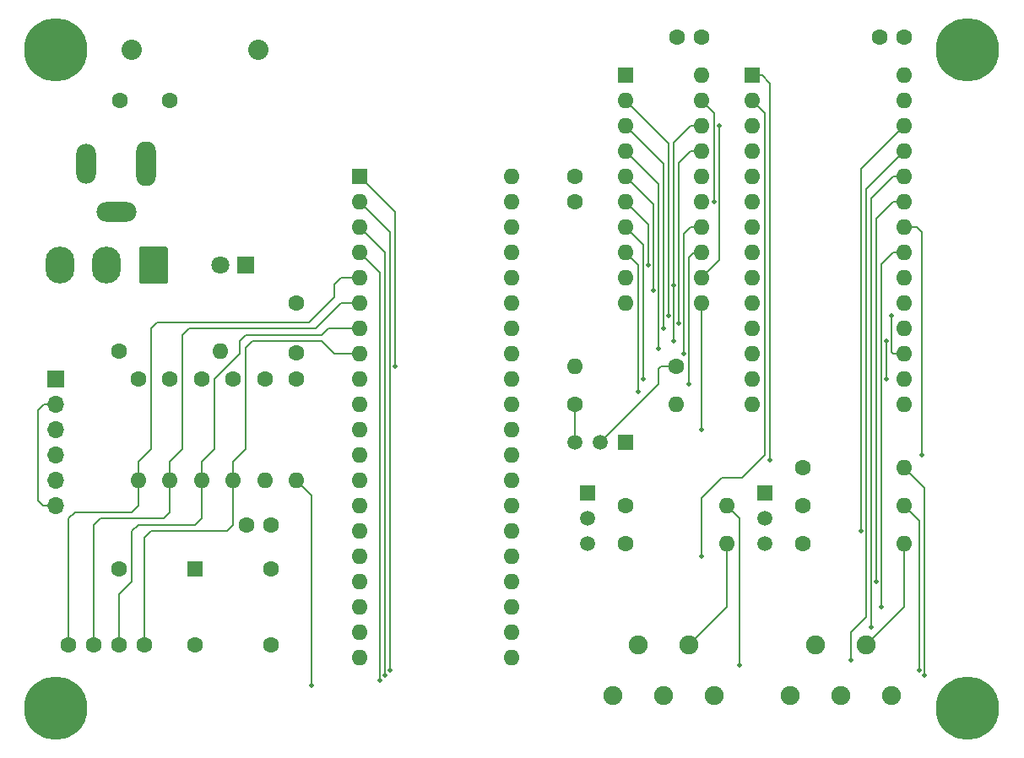
<source format=gbr>
%TF.GenerationSoftware,KiCad,Pcbnew,(5.1.4-0-10_14)*%
%TF.CreationDate,2020-04-13T14:17:21-07:00*%
%TF.ProjectId,8051dumper,38303531-6475-46d7-9065-722e6b696361,1*%
%TF.SameCoordinates,PX60e4b00PYc1c9600*%
%TF.FileFunction,Copper,L4,Bot*%
%TF.FilePolarity,Positive*%
%FSLAX46Y46*%
G04 Gerber Fmt 4.6, Leading zero omitted, Abs format (unit mm)*
G04 Created by KiCad (PCBNEW (5.1.4-0-10_14)) date 2020-04-13 14:17:21*
%MOMM*%
%LPD*%
G04 APERTURE LIST*
%TA.AperFunction,ComponentPad*%
%ADD10O,1.600000X1.600000*%
%TD*%
%TA.AperFunction,ComponentPad*%
%ADD11C,1.600000*%
%TD*%
%TA.AperFunction,ComponentPad*%
%ADD12C,1.800000*%
%TD*%
%TA.AperFunction,ComponentPad*%
%ADD13R,1.800000X1.800000*%
%TD*%
%TA.AperFunction,ComponentPad*%
%ADD14R,1.600000X1.600000*%
%TD*%
%TA.AperFunction,ComponentPad*%
%ADD15O,2.921000X3.708400*%
%TD*%
%TA.AperFunction,Conductor*%
%ADD16C,0.152400*%
%TD*%
%TA.AperFunction,ComponentPad*%
%ADD17C,2.921000*%
%TD*%
%TA.AperFunction,ComponentPad*%
%ADD18R,1.700000X1.700000*%
%TD*%
%TA.AperFunction,ComponentPad*%
%ADD19O,1.700000X1.700000*%
%TD*%
%TA.AperFunction,ComponentPad*%
%ADD20O,4.000000X2.000000*%
%TD*%
%TA.AperFunction,ComponentPad*%
%ADD21O,2.000000X4.000000*%
%TD*%
%TA.AperFunction,ComponentPad*%
%ADD22O,2.000000X4.500000*%
%TD*%
%TA.AperFunction,ComponentPad*%
%ADD23C,6.350000*%
%TD*%
%TA.AperFunction,ComponentPad*%
%ADD24O,1.600200X1.600200*%
%TD*%
%TA.AperFunction,ComponentPad*%
%ADD25R,1.600200X1.600200*%
%TD*%
%TA.AperFunction,ComponentPad*%
%ADD26C,2.032000*%
%TD*%
%TA.AperFunction,ComponentPad*%
%ADD27C,1.905000*%
%TD*%
%TA.AperFunction,ComponentPad*%
%ADD28R,1.500000X1.500000*%
%TD*%
%TA.AperFunction,ComponentPad*%
%ADD29C,1.500000*%
%TD*%
%TA.AperFunction,ViaPad*%
%ADD30C,0.508000*%
%TD*%
G04 APERTURE END LIST*
D10*
%TO.P,R14,2*%
%TO.N,Net-(D1-Pad2)*%
X21590000Y40894000D03*
D11*
%TO.P,R14,1*%
%TO.N,+5V*%
X11430000Y40894000D03*
%TD*%
D12*
%TO.P,D1,2*%
%TO.N,Net-(D1-Pad2)*%
X21590000Y49530000D03*
D13*
%TO.P,D1,1*%
%TO.N,GND*%
X24130000Y49530000D03*
%TD*%
D10*
%TO.P,R13,2*%
%TO.N,~S4*%
X13335000Y27940000D03*
D11*
%TO.P,R13,1*%
%TO.N,+5V*%
X13335000Y38100000D03*
%TD*%
D10*
%TO.P,R12,2*%
%TO.N,~S3*%
X16510000Y27940000D03*
D11*
%TO.P,R12,1*%
%TO.N,+5V*%
X16510000Y38100000D03*
%TD*%
D10*
%TO.P,R11,2*%
%TO.N,~S2*%
X19685000Y27940000D03*
D11*
%TO.P,R11,1*%
%TO.N,+5V*%
X19685000Y38100000D03*
%TD*%
D10*
%TO.P,R10,2*%
%TO.N,~S1*%
X22860000Y27940000D03*
D11*
%TO.P,R10,1*%
%TO.N,+5V*%
X22860000Y38100000D03*
%TD*%
%TO.P,S4,C*%
%TO.N,GND*%
X11430000Y19050000D03*
%TO.P,S4,4*%
%TO.N,~S4*%
X6350000Y11430000D03*
%TO.P,S4,3*%
%TO.N,~S3*%
X8890000Y11430000D03*
%TO.P,S4,2*%
%TO.N,~S2*%
X11430000Y11430000D03*
%TO.P,S4,1*%
%TO.N,~S1*%
X13970000Y11430000D03*
%TD*%
D10*
%TO.P,U2,20*%
%TO.N,+5V*%
X69850000Y68580000D03*
%TO.P,U2,10*%
%TO.N,GND*%
X62230000Y45720000D03*
%TO.P,U2,19*%
%TO.N,/A4*%
X69850000Y66040000D03*
%TO.P,U2,9*%
%TO.N,/A3*%
X62230000Y48260000D03*
%TO.P,U2,18*%
%TO.N,/AD4*%
X69850000Y63500000D03*
%TO.P,U2,8*%
%TO.N,/AD3*%
X62230000Y50800000D03*
%TO.P,U2,17*%
%TO.N,/AD5*%
X69850000Y60960000D03*
%TO.P,U2,7*%
%TO.N,/AD2*%
X62230000Y53340000D03*
%TO.P,U2,16*%
%TO.N,/A5*%
X69850000Y58420000D03*
%TO.P,U2,6*%
%TO.N,/A2*%
X62230000Y55880000D03*
%TO.P,U2,15*%
%TO.N,/A6*%
X69850000Y55880000D03*
%TO.P,U2,5*%
%TO.N,/A1*%
X62230000Y58420000D03*
%TO.P,U2,14*%
%TO.N,/AD6*%
X69850000Y53340000D03*
%TO.P,U2,4*%
%TO.N,/AD1*%
X62230000Y60960000D03*
%TO.P,U2,13*%
%TO.N,/AD7*%
X69850000Y50800000D03*
%TO.P,U2,3*%
%TO.N,/AD0*%
X62230000Y63500000D03*
%TO.P,U2,12*%
%TO.N,/A7*%
X69850000Y48260000D03*
%TO.P,U2,2*%
%TO.N,/A0*%
X62230000Y66040000D03*
%TO.P,U2,11*%
%TO.N,ALE*%
X69850000Y45720000D03*
D14*
%TO.P,U2,1*%
%TO.N,GND*%
X62230000Y68580000D03*
%TD*%
D15*
%TO.P,S1,3*%
%TO.N,GND*%
X5461000Y49530000D03*
%TO.P,S1,2*%
%TO.N,+5V*%
X10160000Y49530000D03*
D16*
%TD*%
%TO.N,Net-(C6-Pad1)*%
%TO.C,S1*%
G36*
X16090283Y51382976D02*
G01*
X16114952Y51379317D01*
X16139143Y51373257D01*
X16162624Y51364856D01*
X16185168Y51354193D01*
X16206559Y51341372D01*
X16226590Y51326516D01*
X16245068Y51309768D01*
X16261816Y51291290D01*
X16276672Y51271259D01*
X16289493Y51249868D01*
X16300156Y51227324D01*
X16308557Y51203843D01*
X16314617Y51179652D01*
X16318276Y51154983D01*
X16319500Y51130074D01*
X16319500Y47929926D01*
X16318276Y47905017D01*
X16314617Y47880348D01*
X16308557Y47856157D01*
X16300156Y47832676D01*
X16289493Y47810132D01*
X16276672Y47788741D01*
X16261816Y47768710D01*
X16245068Y47750232D01*
X16226590Y47733484D01*
X16206559Y47718628D01*
X16185168Y47705807D01*
X16162624Y47695144D01*
X16139143Y47686743D01*
X16114952Y47680683D01*
X16090283Y47677024D01*
X16065374Y47675800D01*
X13652626Y47675800D01*
X13627717Y47677024D01*
X13603048Y47680683D01*
X13578857Y47686743D01*
X13555376Y47695144D01*
X13532832Y47705807D01*
X13511441Y47718628D01*
X13491410Y47733484D01*
X13472932Y47750232D01*
X13456184Y47768710D01*
X13441328Y47788741D01*
X13428507Y47810132D01*
X13417844Y47832676D01*
X13409443Y47856157D01*
X13403383Y47880348D01*
X13399724Y47905017D01*
X13398500Y47929926D01*
X13398500Y51130074D01*
X13399724Y51154983D01*
X13403383Y51179652D01*
X13409443Y51203843D01*
X13417844Y51227324D01*
X13428507Y51249868D01*
X13441328Y51271259D01*
X13456184Y51291290D01*
X13472932Y51309768D01*
X13491410Y51326516D01*
X13511441Y51341372D01*
X13532832Y51354193D01*
X13555376Y51364856D01*
X13578857Y51373257D01*
X13603048Y51379317D01*
X13627717Y51382976D01*
X13652626Y51384200D01*
X16065374Y51384200D01*
X16090283Y51382976D01*
X16090283Y51382976D01*
G37*
D17*
%TO.P,S1,1*%
%TO.N,Net-(C6-Pad1)*%
X14859000Y49530000D03*
%TD*%
D11*
%TO.P,C1,2*%
%TO.N,GND*%
X57150000Y55920000D03*
%TO.P,C1,1*%
%TO.N,+5V*%
X57150000Y58420000D03*
%TD*%
%TO.P,C4,2*%
%TO.N,GND*%
X24170000Y23495000D03*
%TO.P,C4,1*%
%TO.N,+5V*%
X26670000Y23495000D03*
%TD*%
%TO.P,C3,2*%
%TO.N,GND*%
X87670000Y72390000D03*
%TO.P,C3,1*%
%TO.N,+5V*%
X90170000Y72390000D03*
%TD*%
%TO.P,C2,2*%
%TO.N,GND*%
X67350000Y72390000D03*
%TO.P,C2,1*%
%TO.N,+5V*%
X69850000Y72390000D03*
%TD*%
%TO.P,C6,2*%
%TO.N,GND*%
X11510000Y66040000D03*
%TO.P,C6,1*%
%TO.N,Net-(C6-Pad1)*%
X16510000Y66040000D03*
%TD*%
%TO.P,C5,2*%
%TO.N,RST*%
X29210000Y40720000D03*
%TO.P,C5,1*%
%TO.N,+5V*%
X29210000Y45720000D03*
%TD*%
D10*
%TO.P,R9,2*%
%TO.N,Net-(R9-Pad2)*%
X29210000Y27940000D03*
D11*
%TO.P,R9,1*%
%TO.N,RST*%
X29210000Y38100000D03*
%TD*%
D10*
%TO.P,R8,2*%
%TO.N,GND*%
X26035000Y27940000D03*
D11*
%TO.P,R8,1*%
%TO.N,RST*%
X26035000Y38100000D03*
%TD*%
D10*
%TO.P,R7,2*%
%TO.N,Net-(R7-Pad2)*%
X90170000Y21590000D03*
D11*
%TO.P,R7,1*%
%TO.N,Net-(Q3-Pad3)*%
X80010000Y21590000D03*
%TD*%
D10*
%TO.P,R6,2*%
%TO.N,Net-(R6-Pad2)*%
X72390000Y21590000D03*
D11*
%TO.P,R6,1*%
%TO.N,Net-(Q2-Pad3)*%
X62230000Y21590000D03*
%TD*%
D10*
%TO.P,R5,2*%
%TO.N,~GRNBTN*%
X90170000Y29210000D03*
D11*
%TO.P,R5,1*%
%TO.N,+5V*%
X80010000Y29210000D03*
%TD*%
D10*
%TO.P,R4,2*%
%TO.N,~GRNLED*%
X90170000Y25400000D03*
D11*
%TO.P,R4,1*%
%TO.N,Net-(Q3-Pad2)*%
X80010000Y25400000D03*
%TD*%
D10*
%TO.P,R3,2*%
%TO.N,~REDLED*%
X72390000Y25400000D03*
D11*
%TO.P,R3,1*%
%TO.N,Net-(Q2-Pad2)*%
X62230000Y25400000D03*
%TD*%
D10*
%TO.P,R2,2*%
%TO.N,GND*%
X67310000Y35560000D03*
D11*
%TO.P,R2,1*%
%TO.N,/~EA*%
X57150000Y35560000D03*
%TD*%
D10*
%TO.P,R1,2*%
%TO.N,EA*%
X57150000Y39370000D03*
D11*
%TO.P,R1,1*%
%TO.N,Net-(Q1-Pad2)*%
X67310000Y39370000D03*
%TD*%
D18*
%TO.P,J1,1*%
%TO.N,GND*%
X5080000Y38100000D03*
D19*
%TO.P,J1,2*%
%TO.N,Net-(J1-Pad2)*%
X5080000Y35560000D03*
%TO.P,J1,3*%
%TO.N,N/C*%
X5080000Y33020000D03*
%TO.P,J1,4*%
%TO.N,/RXD*%
X5080000Y30480000D03*
%TO.P,J1,5*%
%TO.N,/TXD*%
X5080000Y27940000D03*
%TO.P,J1,6*%
%TO.N,Net-(J1-Pad2)*%
X5080000Y25400000D03*
%TD*%
D10*
%TO.P,U3,28*%
%TO.N,+5V*%
X90170000Y68580000D03*
%TO.P,U3,14*%
%TO.N,GND*%
X74930000Y35560000D03*
%TO.P,U3,27*%
%TO.N,+5V*%
X90170000Y66040000D03*
%TO.P,U3,13*%
%TO.N,/AD2*%
X74930000Y38100000D03*
%TO.P,U3,26*%
%TO.N,/A13*%
X90170000Y63500000D03*
%TO.P,U3,12*%
%TO.N,/AD1*%
X74930000Y40640000D03*
%TO.P,U3,25*%
%TO.N,/A8*%
X90170000Y60960000D03*
%TO.P,U3,11*%
%TO.N,/AD0*%
X74930000Y43180000D03*
%TO.P,U3,24*%
%TO.N,/A9*%
X90170000Y58420000D03*
%TO.P,U3,10*%
%TO.N,/A0*%
X74930000Y45720000D03*
%TO.P,U3,23*%
%TO.N,/A11*%
X90170000Y55880000D03*
%TO.P,U3,9*%
%TO.N,/A1*%
X74930000Y48260000D03*
%TO.P,U3,22*%
%TO.N,~PSEN*%
X90170000Y53340000D03*
%TO.P,U3,8*%
%TO.N,/A2*%
X74930000Y50800000D03*
%TO.P,U3,21*%
%TO.N,/A10*%
X90170000Y50800000D03*
%TO.P,U3,7*%
%TO.N,/A3*%
X74930000Y53340000D03*
%TO.P,U3,20*%
%TO.N,GND*%
X90170000Y48260000D03*
%TO.P,U3,6*%
%TO.N,/A4*%
X74930000Y55880000D03*
%TO.P,U3,19*%
%TO.N,/AD7*%
X90170000Y45720000D03*
%TO.P,U3,5*%
%TO.N,/A5*%
X74930000Y58420000D03*
%TO.P,U3,18*%
%TO.N,/AD6*%
X90170000Y43180000D03*
%TO.P,U3,4*%
%TO.N,/A6*%
X74930000Y60960000D03*
%TO.P,U3,17*%
%TO.N,/AD5*%
X90170000Y40640000D03*
%TO.P,U3,3*%
%TO.N,/A7*%
X74930000Y63500000D03*
%TO.P,U3,16*%
%TO.N,/AD4*%
X90170000Y38100000D03*
%TO.P,U3,2*%
%TO.N,/A12*%
X74930000Y66040000D03*
%TO.P,U3,15*%
%TO.N,/AD3*%
X90170000Y35560000D03*
D14*
%TO.P,U3,1*%
%TO.N,/A14*%
X74930000Y68580000D03*
%TD*%
D20*
%TO.P,J2,3*%
%TO.N,N/C*%
X11120000Y54890000D03*
D21*
%TO.P,J2,2*%
%TO.N,GND*%
X8120000Y59690000D03*
D22*
%TO.P,J2,1*%
%TO.N,Net-(C6-Pad1)*%
X14120000Y59690000D03*
%TD*%
D23*
%TO.P,REF\002A\002A,1*%
%TO.N,GND*%
X96520000Y71120000D03*
%TD*%
%TO.P,REF\002A\002A,1*%
%TO.N,GND*%
X96520000Y5080000D03*
%TD*%
%TO.P,REF\002A\002A,1*%
%TO.N,GND*%
X5080000Y71120000D03*
%TD*%
%TO.P,REF\002A\002A,1*%
%TO.N,GND*%
X5080000Y5080000D03*
%TD*%
D24*
%TO.P,U1,40*%
%TO.N,+5V*%
X50800000Y58420000D03*
%TO.P,U1,20*%
%TO.N,GND*%
X35560000Y10160000D03*
%TO.P,U1,39*%
%TO.N,/AD0*%
X50800000Y55880000D03*
%TO.P,U1,19*%
%TO.N,GND*%
X35560000Y12700000D03*
%TO.P,U1,38*%
%TO.N,/AD1*%
X50800000Y53340000D03*
%TO.P,U1,18*%
%TO.N,/CLK*%
X35560000Y15240000D03*
%TO.P,U1,37*%
%TO.N,/AD2*%
X50800000Y50800000D03*
%TO.P,U1,17*%
%TO.N,N/C*%
X35560000Y17780000D03*
%TO.P,U1,36*%
%TO.N,/AD3*%
X50800000Y48260000D03*
%TO.P,U1,16*%
%TO.N,N/C*%
X35560000Y20320000D03*
%TO.P,U1,35*%
%TO.N,/AD4*%
X50800000Y45720000D03*
%TO.P,U1,15*%
%TO.N,N/C*%
X35560000Y22860000D03*
%TO.P,U1,34*%
%TO.N,/AD5*%
X50800000Y43180000D03*
%TO.P,U1,14*%
%TO.N,N/C*%
X35560000Y25400000D03*
%TO.P,U1,33*%
%TO.N,/AD6*%
X50800000Y40640000D03*
%TO.P,U1,13*%
%TO.N,N/C*%
X35560000Y27940000D03*
%TO.P,U1,32*%
%TO.N,/AD7*%
X50800000Y38100000D03*
%TO.P,U1,12*%
%TO.N,N/C*%
X35560000Y30480000D03*
%TO.P,U1,31*%
%TO.N,/~EA*%
X50800000Y35560000D03*
%TO.P,U1,11*%
%TO.N,/TXD*%
X35560000Y33020000D03*
%TO.P,U1,30*%
%TO.N,ALE*%
X50800000Y33020000D03*
%TO.P,U1,10*%
%TO.N,/RXD*%
X35560000Y35560000D03*
%TO.P,U1,29*%
%TO.N,~PSEN*%
X50800000Y30480000D03*
%TO.P,U1,9*%
%TO.N,RST*%
X35560000Y38100000D03*
%TO.P,U1,28*%
%TO.N,N/C*%
X50800000Y27940000D03*
%TO.P,U1,8*%
%TO.N,~S1*%
X35560000Y40640000D03*
%TO.P,U1,27*%
%TO.N,/A14*%
X50800000Y25400000D03*
%TO.P,U1,7*%
%TO.N,~S2*%
X35560000Y43180000D03*
%TO.P,U1,26*%
%TO.N,/A13*%
X50800000Y22860000D03*
%TO.P,U1,6*%
%TO.N,~S3*%
X35560000Y45720000D03*
%TO.P,U1,25*%
%TO.N,/A12*%
X50800000Y20320000D03*
%TO.P,U1,5*%
%TO.N,~S4*%
X35560000Y48260000D03*
%TO.P,U1,24*%
%TO.N,/A11*%
X50800000Y17780000D03*
%TO.P,U1,4*%
%TO.N,~GRNBTN*%
X35560000Y50800000D03*
%TO.P,U1,23*%
%TO.N,/A10*%
X50800000Y15240000D03*
%TO.P,U1,3*%
%TO.N,~GRNLED*%
X35560000Y53340000D03*
%TO.P,U1,22*%
%TO.N,/A9*%
X50800000Y12700000D03*
%TO.P,U1,2*%
%TO.N,~REDLED*%
X35560000Y55880000D03*
%TO.P,U1,21*%
%TO.N,/A8*%
X50800000Y10160000D03*
D25*
%TO.P,U1,1*%
%TO.N,EA*%
X35560000Y58420000D03*
%TD*%
D11*
%TO.P,X1,4*%
%TO.N,GND*%
X19050000Y11430000D03*
%TO.P,X1,5*%
%TO.N,/CLK*%
X26670000Y11430000D03*
%TO.P,X1,8*%
%TO.N,+5V*%
X26670000Y19050000D03*
D14*
%TO.P,X1,1*%
X19050000Y19050000D03*
%TD*%
D26*
%TO.P,TP2,1*%
%TO.N,GND*%
X12700000Y71120000D03*
%TD*%
%TO.P,TP1,1*%
%TO.N,Net-(C6-Pad1)*%
X25400000Y71120000D03*
%TD*%
D27*
%TO.P,S3,L-*%
%TO.N,GND*%
X81280000Y11430000D03*
%TO.P,S3,L+*%
%TO.N,Net-(R7-Pad2)*%
X86360000Y11430000D03*
%TO.P,S3,3*%
%TO.N,N/C*%
X88900000Y6350000D03*
%TO.P,S3,2*%
%TO.N,~GRNBTN*%
X83820000Y6350000D03*
%TO.P,S3,1*%
%TO.N,GND*%
X78740000Y6350000D03*
%TD*%
%TO.P,S2,L-*%
%TO.N,GND*%
X63500000Y11430000D03*
%TO.P,S2,L+*%
%TO.N,Net-(R6-Pad2)*%
X68580000Y11430000D03*
%TO.P,S2,3*%
%TO.N,N/C*%
X71120000Y6350000D03*
%TO.P,S2,2*%
%TO.N,Net-(R9-Pad2)*%
X66040000Y6350000D03*
%TO.P,S2,1*%
%TO.N,+5V*%
X60960000Y6350000D03*
%TD*%
D28*
%TO.P,Q3,1*%
%TO.N,+5V*%
X76200000Y26670000D03*
D29*
%TO.P,Q3,3*%
%TO.N,Net-(Q3-Pad3)*%
X76200000Y21590000D03*
%TO.P,Q3,2*%
%TO.N,Net-(Q3-Pad2)*%
X76200000Y24130000D03*
%TD*%
D28*
%TO.P,Q2,1*%
%TO.N,+5V*%
X58420000Y26670000D03*
D29*
%TO.P,Q2,3*%
%TO.N,Net-(Q2-Pad3)*%
X58420000Y21590000D03*
%TO.P,Q2,2*%
%TO.N,Net-(Q2-Pad2)*%
X58420000Y24130000D03*
%TD*%
D28*
%TO.P,Q1,1*%
%TO.N,+5V*%
X62230000Y31750000D03*
D29*
%TO.P,Q1,3*%
%TO.N,/~EA*%
X57150000Y31750000D03*
%TO.P,Q1,2*%
%TO.N,Net-(Q1-Pad2)*%
X59690000Y31750000D03*
%TD*%
D30*
%TO.N,EA*%
X39116000Y39370000D03*
%TO.N,~REDLED*%
X38608000Y8890000D03*
X73660000Y9398000D03*
%TO.N,~GRNLED*%
X38100000Y8382000D03*
X91694000Y8890000D03*
%TO.N,~GRNBTN*%
X37592000Y7874000D03*
X92202000Y8382000D03*
%TO.N,/AD0*%
X66040000Y43180000D03*
%TO.N,/AD1*%
X65532000Y41148000D03*
%TO.N,/AD2*%
X64008000Y38100000D03*
%TO.N,/AD3*%
X63500000Y36830000D03*
%TO.N,/AD4*%
X67056000Y47498000D03*
X67056000Y41910000D03*
X88392000Y41910000D03*
X88392000Y38100000D03*
%TO.N,/AD5*%
X67564000Y43688000D03*
X88900000Y44450000D03*
%TO.N,/AD6*%
X68072000Y40640000D03*
%TO.N,/AD7*%
X68580000Y37592000D03*
%TO.N,ALE*%
X69850000Y33020000D03*
%TO.N,~PSEN*%
X91948000Y30480000D03*
%TO.N,/A14*%
X76708000Y29972000D03*
%TO.N,/A13*%
X85852000Y22860000D03*
%TO.N,/A12*%
X69850000Y20320000D03*
%TO.N,/A11*%
X87376000Y17780000D03*
%TO.N,/A10*%
X87884000Y15240000D03*
%TO.N,/A9*%
X86868000Y13208000D03*
%TO.N,/A8*%
X84836000Y9906000D03*
%TO.N,/A7*%
X71628000Y63500000D03*
%TO.N,/A2*%
X64516000Y49530000D03*
%TO.N,/A1*%
X65024000Y46990000D03*
%TO.N,/A4*%
X71120000Y55880000D03*
%TO.N,/A0*%
X66548000Y44450000D03*
%TO.N,Net-(R9-Pad2)*%
X30734000Y7366000D03*
%TD*%
D16*
%TO.N,Net-(J1-Pad2)*%
X3877919Y35560000D02*
X3302000Y34984081D01*
X5080000Y35560000D02*
X3877919Y35560000D01*
X3302000Y34984081D02*
X3302000Y25908000D01*
X3810000Y25400000D02*
X5080000Y25400000D01*
X3302000Y25908000D02*
X3810000Y25400000D01*
%TO.N,/~EA*%
X57150000Y35560000D02*
X57150000Y31750000D01*
%TO.N,Net-(Q1-Pad2)*%
X65786000Y39370000D02*
X67310000Y39370000D01*
X65532000Y39116000D02*
X65786000Y39370000D01*
X65532000Y37592000D02*
X65532000Y39116000D01*
X59690000Y31750000D02*
X65532000Y37592000D01*
%TO.N,EA*%
X36830000Y57150000D02*
X35560000Y58420000D01*
X39116000Y54864000D02*
X36830000Y57150000D01*
X39116000Y39370000D02*
X39116000Y54864000D01*
%TO.N,~REDLED*%
X72390000Y25400000D02*
X73660000Y24130000D01*
X73660000Y24130000D02*
X73660000Y10160000D01*
X35560000Y55880000D02*
X38608000Y52832000D01*
X38608000Y52832000D02*
X38608000Y45720000D01*
X38608000Y45720000D02*
X38608000Y8890000D01*
X73660000Y10160000D02*
X73660000Y9398000D01*
%TO.N,~GRNLED*%
X35560000Y53340000D02*
X38100000Y50800000D01*
X38100000Y50800000D02*
X38100000Y44704000D01*
X38100000Y44704000D02*
X38100000Y39370000D01*
X38100000Y39370000D02*
X38100000Y8382000D01*
X91694000Y23876000D02*
X90170000Y25400000D01*
X91694000Y8890000D02*
X91694000Y23876000D01*
%TO.N,~GRNBTN*%
X90170000Y29210000D02*
X92202000Y27178000D01*
X92202000Y27178000D02*
X92202000Y10668000D01*
X35560000Y50800000D02*
X36360099Y49999901D01*
X36360099Y49999901D02*
X37592000Y48768000D01*
X37592000Y48768000D02*
X37592000Y43942000D01*
X37592000Y43942000D02*
X37592000Y7874000D01*
X92202000Y10668000D02*
X92202000Y8382000D01*
%TO.N,Net-(R6-Pad2)*%
X72390000Y15240000D02*
X68580000Y11430000D01*
X72390000Y21590000D02*
X72390000Y15240000D01*
%TO.N,Net-(R7-Pad2)*%
X90170000Y15240000D02*
X86360000Y11430000D01*
X90170000Y21590000D02*
X90170000Y15240000D01*
%TO.N,/AD0*%
X62230000Y63500000D02*
X66040000Y59690000D01*
X66040000Y59690000D02*
X66040000Y55118000D01*
X66040000Y55118000D02*
X66040000Y43180000D01*
%TO.N,/AD1*%
X62230000Y60960000D02*
X65532000Y57658000D01*
X65532000Y57658000D02*
X65532000Y54102000D01*
X65532000Y54102000D02*
X65532000Y46228000D01*
X65532000Y46228000D02*
X65532000Y41148000D01*
%TO.N,/AD2*%
X62230000Y53340000D02*
X64008000Y51562000D01*
X64008000Y51562000D02*
X64008000Y48006000D01*
X64008000Y48006000D02*
X64008000Y46736000D01*
X64008000Y46736000D02*
X64008000Y38100000D01*
%TO.N,/AD3*%
X63500000Y49530000D02*
X62230000Y50800000D01*
X63500000Y36830000D02*
X63500000Y49530000D01*
%TO.N,/AD4*%
X68718630Y63500000D02*
X67056000Y61837370D01*
X69850000Y63500000D02*
X68718630Y63500000D01*
X67056000Y61837370D02*
X67056000Y60706000D01*
X67056000Y60706000D02*
X67056000Y59182000D01*
X67056000Y59182000D02*
X67056000Y47498000D01*
X67056000Y47498000D02*
X67056000Y42164000D01*
X67056000Y42164000D02*
X67056000Y41910000D01*
X88392000Y41910000D02*
X88392000Y38100000D01*
%TO.N,/AD5*%
X68718630Y60960000D02*
X67564000Y59805370D01*
X69850000Y60960000D02*
X68718630Y60960000D01*
X67564000Y59805370D02*
X67564000Y58166000D01*
X67564000Y58166000D02*
X67564000Y43688000D01*
X90170000Y40640000D02*
X89038630Y40640000D01*
X89038630Y40640000D02*
X88900000Y40778630D01*
X88900000Y40778630D02*
X88900000Y44450000D01*
%TO.N,/AD6*%
X68718630Y53340000D02*
X68072000Y52693370D01*
X69850000Y53340000D02*
X68718630Y53340000D01*
X68072000Y52693370D02*
X68072000Y51816000D01*
X68072000Y51816000D02*
X68072000Y50800000D01*
X68072000Y50800000D02*
X68072000Y46990000D01*
X68072000Y46990000D02*
X68072000Y41148000D01*
X68072000Y41148000D02*
X68072000Y40640000D01*
%TO.N,/AD7*%
X69850000Y50800000D02*
X69088000Y50800000D01*
X69088000Y50800000D02*
X68580000Y50292000D01*
X68580000Y50292000D02*
X68580000Y48514000D01*
X68580000Y48514000D02*
X68580000Y37592000D01*
%TO.N,ALE*%
X69850000Y33020000D02*
X69850000Y45720000D01*
%TO.N,~PSEN*%
X91440000Y53340000D02*
X90170000Y53340000D01*
X91948000Y52832000D02*
X91440000Y53340000D01*
X91948000Y48260000D02*
X91948000Y52832000D01*
X91948000Y30734000D02*
X91948000Y48260000D01*
%TO.N,/A14*%
X75882400Y68580000D02*
X76708000Y67754400D01*
X74930000Y68580000D02*
X75882400Y68580000D01*
X76708000Y67754400D02*
X76708000Y59182000D01*
X76708000Y59182000D02*
X76708000Y33020000D01*
X76708000Y33020000D02*
X76708000Y32766000D01*
X76708000Y32766000D02*
X76708000Y29972000D01*
%TO.N,/A13*%
X90170000Y63500000D02*
X85852000Y59182000D01*
X85852000Y59182000D02*
X85852000Y55118000D01*
X85852000Y55118000D02*
X85852000Y35814000D01*
X85852000Y35814000D02*
X85852000Y22860000D01*
%TO.N,/A12*%
X74930000Y66040000D02*
X76200000Y64770000D01*
X76200000Y64770000D02*
X76200000Y63500000D01*
X76200000Y63500000D02*
X76200000Y32766000D01*
X76200000Y32766000D02*
X76200000Y30480000D01*
X76200000Y30480000D02*
X73914000Y28194000D01*
X73914000Y28194000D02*
X71882000Y28194000D01*
X69850000Y26162000D02*
X69850000Y20320000D01*
X71882000Y28194000D02*
X69850000Y26162000D01*
%TO.N,/A11*%
X89038630Y55880000D02*
X87376000Y54217370D01*
X90170000Y55880000D02*
X89038630Y55880000D01*
X87376000Y54217370D02*
X87376000Y35814000D01*
X87376000Y35814000D02*
X87376000Y17780000D01*
%TO.N,/A10*%
X89038630Y50800000D02*
X87884000Y49645370D01*
X90170000Y50800000D02*
X89038630Y50800000D01*
X87884000Y49645370D02*
X87884000Y35814000D01*
X87884000Y35814000D02*
X87884000Y15240000D01*
%TO.N,/A9*%
X89038630Y58420000D02*
X86868000Y56249370D01*
X90170000Y58420000D02*
X89038630Y58420000D01*
X86868000Y56249370D02*
X86868000Y35814000D01*
X86868000Y13208000D02*
X86868000Y35814000D01*
%TO.N,/A8*%
X90170000Y60960000D02*
X86360000Y57150000D01*
X86360000Y57150000D02*
X86360000Y36322000D01*
X86360000Y36322000D02*
X86360000Y35814000D01*
X86360000Y35814000D02*
X86360000Y14224000D01*
X86360000Y14224000D02*
X84836000Y12700000D01*
X84836000Y12700000D02*
X84836000Y10160000D01*
X84836000Y10160000D02*
X84836000Y9906000D01*
%TO.N,/A7*%
X69850000Y48260000D02*
X71628000Y50038000D01*
X71628000Y50038000D02*
X71628000Y63500000D01*
%TO.N,/A2*%
X64516000Y53594000D02*
X62230000Y55880000D01*
X64516000Y49530000D02*
X64516000Y53594000D01*
%TO.N,/A1*%
X62230000Y58420000D02*
X65024000Y55626000D01*
X65024000Y55626000D02*
X65024000Y51308000D01*
X65024000Y51308000D02*
X65024000Y48006000D01*
X65024000Y46990000D02*
X65024000Y48006000D01*
%TO.N,/A4*%
X71120000Y64770000D02*
X71120000Y56388000D01*
X69850000Y66040000D02*
X71120000Y64770000D01*
X71120000Y55880000D02*
X71120000Y56388000D01*
%TO.N,/A0*%
X66548000Y61722000D02*
X62230000Y66040000D01*
X66548000Y44450000D02*
X66548000Y61722000D01*
%TO.N,Net-(R9-Pad2)*%
X30734000Y26416000D02*
X29210000Y27940000D01*
X30734000Y7366000D02*
X30734000Y26416000D01*
%TO.N,~S1*%
X13970000Y11430000D02*
X13970000Y22225000D01*
X13970000Y22225000D02*
X14605000Y22860000D01*
X14605000Y22860000D02*
X22225000Y22860000D01*
X22860000Y23495000D02*
X22860000Y27940000D01*
X22225000Y22860000D02*
X22860000Y23495000D01*
X22860000Y29845000D02*
X22860000Y27940000D01*
X24130000Y31115000D02*
X22860000Y29845000D01*
X24130000Y41275000D02*
X24130000Y31115000D01*
X35560000Y40640000D02*
X33020000Y40640000D01*
X24765000Y41910000D02*
X24130000Y41275000D01*
X31750000Y41910000D02*
X24765000Y41910000D01*
X33020000Y40640000D02*
X31750000Y41910000D01*
%TO.N,~S2*%
X19050000Y23495000D02*
X19685000Y24130000D01*
X19685000Y24130000D02*
X19685000Y27940000D01*
X12700000Y22860000D02*
X13335000Y23495000D01*
X12700000Y17780000D02*
X12700000Y22860000D01*
X11430000Y16510000D02*
X12700000Y17780000D01*
X13335000Y23495000D02*
X19050000Y23495000D01*
X11430000Y11430000D02*
X11430000Y16510000D01*
X19685000Y29845000D02*
X19685000Y27940000D01*
X20955000Y38100000D02*
X20955000Y31115000D01*
X23495000Y41910000D02*
X23495000Y40640000D01*
X20955000Y31115000D02*
X19685000Y29845000D01*
X23495000Y40640000D02*
X20955000Y38100000D01*
X31750000Y42545000D02*
X24130000Y42545000D01*
X24130000Y42545000D02*
X23495000Y41910000D01*
X32385000Y43180000D02*
X31750000Y42545000D01*
X35560000Y43180000D02*
X32385000Y43180000D01*
%TO.N,~S3*%
X8890000Y11430000D02*
X8890000Y23495000D01*
X8890000Y23495000D02*
X9525000Y24130000D01*
X9525000Y24130000D02*
X15875000Y24130000D01*
X15875000Y24130000D02*
X16510000Y24765000D01*
X16510000Y24765000D02*
X16510000Y27940000D01*
X17780000Y31115000D02*
X16510000Y29845000D01*
X18415000Y43180000D02*
X17780000Y42545000D01*
X31115000Y43180000D02*
X18415000Y43180000D01*
X16510000Y29845000D02*
X16510000Y27940000D01*
X33655000Y45720000D02*
X31115000Y43180000D01*
X17780000Y42545000D02*
X17780000Y31115000D01*
X35560000Y45720000D02*
X33655000Y45720000D01*
%TO.N,~S4*%
X6350000Y11430000D02*
X6350000Y24130000D01*
X6350000Y24130000D02*
X6985000Y24765000D01*
X6985000Y24765000D02*
X12700000Y24765000D01*
X12700000Y24765000D02*
X13335000Y25400000D01*
X13335000Y25400000D02*
X13335000Y27940000D01*
X13335000Y29845000D02*
X13335000Y27940000D01*
X14605000Y43180000D02*
X14605000Y31115000D01*
X15240000Y43815000D02*
X14605000Y43180000D01*
X14605000Y31115000D02*
X13335000Y29845000D01*
X30480000Y43815000D02*
X15240000Y43815000D01*
X33020000Y46355000D02*
X30480000Y43815000D01*
X33020000Y47625000D02*
X33020000Y46355000D01*
X33655000Y48260000D02*
X33020000Y47625000D01*
X35560000Y48260000D02*
X33655000Y48260000D01*
%TD*%
M02*

</source>
